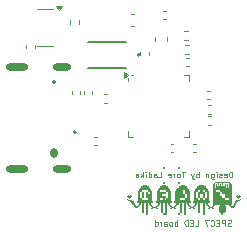
<source format=gbo>
%TF.GenerationSoftware,KiCad,Pcbnew,8.0.6*%
%TF.CreationDate,2025-10-07T13:26:47+02:00*%
%TF.ProjectId,PCB WLED Spec 7,50434220-574c-4454-9420-537065632037,rev?*%
%TF.SameCoordinates,Original*%
%TF.FileFunction,Legend,Bot*%
%TF.FilePolarity,Positive*%
%FSLAX46Y46*%
G04 Gerber Fmt 4.6, Leading zero omitted, Abs format (unit mm)*
G04 Created by KiCad (PCBNEW 8.0.6) date 2025-10-07 13:26:47*
%MOMM*%
%LPD*%
G01*
G04 APERTURE LIST*
%ADD10C,0.100000*%
%ADD11C,0.000000*%
%ADD12C,0.120000*%
%ADD13C,0.200000*%
%ADD14C,0.127000*%
%ADD15C,0.350000*%
%ADD16O,0.599999X0.849999*%
%ADD17O,1.600000X0.600000*%
%ADD18O,1.900000X0.600000*%
%ADD19C,0.200000*%
G04 APERTURE END LIST*
D10*
X200025163Y-84793609D02*
X200025163Y-84293609D01*
X200025163Y-84293609D02*
X199906115Y-84293609D01*
X199906115Y-84293609D02*
X199834687Y-84317419D01*
X199834687Y-84317419D02*
X199787068Y-84365038D01*
X199787068Y-84365038D02*
X199763258Y-84412657D01*
X199763258Y-84412657D02*
X199739449Y-84507895D01*
X199739449Y-84507895D02*
X199739449Y-84579323D01*
X199739449Y-84579323D02*
X199763258Y-84674561D01*
X199763258Y-84674561D02*
X199787068Y-84722180D01*
X199787068Y-84722180D02*
X199834687Y-84769800D01*
X199834687Y-84769800D02*
X199906115Y-84793609D01*
X199906115Y-84793609D02*
X200025163Y-84793609D01*
X199334687Y-84769800D02*
X199382306Y-84793609D01*
X199382306Y-84793609D02*
X199477544Y-84793609D01*
X199477544Y-84793609D02*
X199525163Y-84769800D01*
X199525163Y-84769800D02*
X199548972Y-84722180D01*
X199548972Y-84722180D02*
X199548972Y-84531704D01*
X199548972Y-84531704D02*
X199525163Y-84484085D01*
X199525163Y-84484085D02*
X199477544Y-84460276D01*
X199477544Y-84460276D02*
X199382306Y-84460276D01*
X199382306Y-84460276D02*
X199334687Y-84484085D01*
X199334687Y-84484085D02*
X199310877Y-84531704D01*
X199310877Y-84531704D02*
X199310877Y-84579323D01*
X199310877Y-84579323D02*
X199548972Y-84626942D01*
X199120401Y-84769800D02*
X199072782Y-84793609D01*
X199072782Y-84793609D02*
X198977544Y-84793609D01*
X198977544Y-84793609D02*
X198929925Y-84769800D01*
X198929925Y-84769800D02*
X198906116Y-84722180D01*
X198906116Y-84722180D02*
X198906116Y-84698371D01*
X198906116Y-84698371D02*
X198929925Y-84650752D01*
X198929925Y-84650752D02*
X198977544Y-84626942D01*
X198977544Y-84626942D02*
X199048973Y-84626942D01*
X199048973Y-84626942D02*
X199096592Y-84603133D01*
X199096592Y-84603133D02*
X199120401Y-84555514D01*
X199120401Y-84555514D02*
X199120401Y-84531704D01*
X199120401Y-84531704D02*
X199096592Y-84484085D01*
X199096592Y-84484085D02*
X199048973Y-84460276D01*
X199048973Y-84460276D02*
X198977544Y-84460276D01*
X198977544Y-84460276D02*
X198929925Y-84484085D01*
X198691830Y-84793609D02*
X198691830Y-84460276D01*
X198691830Y-84293609D02*
X198715639Y-84317419D01*
X198715639Y-84317419D02*
X198691830Y-84341228D01*
X198691830Y-84341228D02*
X198668020Y-84317419D01*
X198668020Y-84317419D02*
X198691830Y-84293609D01*
X198691830Y-84293609D02*
X198691830Y-84341228D01*
X198239449Y-84460276D02*
X198239449Y-84865038D01*
X198239449Y-84865038D02*
X198263259Y-84912657D01*
X198263259Y-84912657D02*
X198287068Y-84936466D01*
X198287068Y-84936466D02*
X198334687Y-84960276D01*
X198334687Y-84960276D02*
X198406116Y-84960276D01*
X198406116Y-84960276D02*
X198453735Y-84936466D01*
X198239449Y-84769800D02*
X198287068Y-84793609D01*
X198287068Y-84793609D02*
X198382306Y-84793609D01*
X198382306Y-84793609D02*
X198429925Y-84769800D01*
X198429925Y-84769800D02*
X198453735Y-84745990D01*
X198453735Y-84745990D02*
X198477544Y-84698371D01*
X198477544Y-84698371D02*
X198477544Y-84555514D01*
X198477544Y-84555514D02*
X198453735Y-84507895D01*
X198453735Y-84507895D02*
X198429925Y-84484085D01*
X198429925Y-84484085D02*
X198382306Y-84460276D01*
X198382306Y-84460276D02*
X198287068Y-84460276D01*
X198287068Y-84460276D02*
X198239449Y-84484085D01*
X198001354Y-84460276D02*
X198001354Y-84793609D01*
X198001354Y-84507895D02*
X197977544Y-84484085D01*
X197977544Y-84484085D02*
X197929925Y-84460276D01*
X197929925Y-84460276D02*
X197858497Y-84460276D01*
X197858497Y-84460276D02*
X197810878Y-84484085D01*
X197810878Y-84484085D02*
X197787068Y-84531704D01*
X197787068Y-84531704D02*
X197787068Y-84793609D01*
X197168021Y-84793609D02*
X197168021Y-84293609D01*
X197168021Y-84484085D02*
X197120402Y-84460276D01*
X197120402Y-84460276D02*
X197025164Y-84460276D01*
X197025164Y-84460276D02*
X196977545Y-84484085D01*
X196977545Y-84484085D02*
X196953735Y-84507895D01*
X196953735Y-84507895D02*
X196929926Y-84555514D01*
X196929926Y-84555514D02*
X196929926Y-84698371D01*
X196929926Y-84698371D02*
X196953735Y-84745990D01*
X196953735Y-84745990D02*
X196977545Y-84769800D01*
X196977545Y-84769800D02*
X197025164Y-84793609D01*
X197025164Y-84793609D02*
X197120402Y-84793609D01*
X197120402Y-84793609D02*
X197168021Y-84769800D01*
X196763259Y-84460276D02*
X196644211Y-84793609D01*
X196525164Y-84460276D02*
X196644211Y-84793609D01*
X196644211Y-84793609D02*
X196691830Y-84912657D01*
X196691830Y-84912657D02*
X196715640Y-84936466D01*
X196715640Y-84936466D02*
X196763259Y-84960276D01*
X196025164Y-84293609D02*
X195739450Y-84293609D01*
X195882307Y-84793609D02*
X195882307Y-84293609D01*
X195501355Y-84793609D02*
X195548974Y-84769800D01*
X195548974Y-84769800D02*
X195572784Y-84745990D01*
X195572784Y-84745990D02*
X195596593Y-84698371D01*
X195596593Y-84698371D02*
X195596593Y-84555514D01*
X195596593Y-84555514D02*
X195572784Y-84507895D01*
X195572784Y-84507895D02*
X195548974Y-84484085D01*
X195548974Y-84484085D02*
X195501355Y-84460276D01*
X195501355Y-84460276D02*
X195429927Y-84460276D01*
X195429927Y-84460276D02*
X195382308Y-84484085D01*
X195382308Y-84484085D02*
X195358498Y-84507895D01*
X195358498Y-84507895D02*
X195334689Y-84555514D01*
X195334689Y-84555514D02*
X195334689Y-84698371D01*
X195334689Y-84698371D02*
X195358498Y-84745990D01*
X195358498Y-84745990D02*
X195382308Y-84769800D01*
X195382308Y-84769800D02*
X195429927Y-84793609D01*
X195429927Y-84793609D02*
X195501355Y-84793609D01*
X195120403Y-84793609D02*
X195120403Y-84460276D01*
X195120403Y-84555514D02*
X195096593Y-84507895D01*
X195096593Y-84507895D02*
X195072784Y-84484085D01*
X195072784Y-84484085D02*
X195025165Y-84460276D01*
X195025165Y-84460276D02*
X194977546Y-84460276D01*
X194620403Y-84769800D02*
X194668022Y-84793609D01*
X194668022Y-84793609D02*
X194763260Y-84793609D01*
X194763260Y-84793609D02*
X194810879Y-84769800D01*
X194810879Y-84769800D02*
X194834688Y-84722180D01*
X194834688Y-84722180D02*
X194834688Y-84531704D01*
X194834688Y-84531704D02*
X194810879Y-84484085D01*
X194810879Y-84484085D02*
X194763260Y-84460276D01*
X194763260Y-84460276D02*
X194668022Y-84460276D01*
X194668022Y-84460276D02*
X194620403Y-84484085D01*
X194620403Y-84484085D02*
X194596593Y-84531704D01*
X194596593Y-84531704D02*
X194596593Y-84579323D01*
X194596593Y-84579323D02*
X194834688Y-84626942D01*
X193763261Y-84793609D02*
X194001356Y-84793609D01*
X194001356Y-84793609D02*
X194001356Y-84293609D01*
X193382308Y-84793609D02*
X193382308Y-84531704D01*
X193382308Y-84531704D02*
X193406118Y-84484085D01*
X193406118Y-84484085D02*
X193453737Y-84460276D01*
X193453737Y-84460276D02*
X193548975Y-84460276D01*
X193548975Y-84460276D02*
X193596594Y-84484085D01*
X193382308Y-84769800D02*
X193429927Y-84793609D01*
X193429927Y-84793609D02*
X193548975Y-84793609D01*
X193548975Y-84793609D02*
X193596594Y-84769800D01*
X193596594Y-84769800D02*
X193620403Y-84722180D01*
X193620403Y-84722180D02*
X193620403Y-84674561D01*
X193620403Y-84674561D02*
X193596594Y-84626942D01*
X193596594Y-84626942D02*
X193548975Y-84603133D01*
X193548975Y-84603133D02*
X193429927Y-84603133D01*
X193429927Y-84603133D02*
X193382308Y-84579323D01*
X192929927Y-84793609D02*
X192929927Y-84293609D01*
X192929927Y-84769800D02*
X192977546Y-84793609D01*
X192977546Y-84793609D02*
X193072784Y-84793609D01*
X193072784Y-84793609D02*
X193120403Y-84769800D01*
X193120403Y-84769800D02*
X193144213Y-84745990D01*
X193144213Y-84745990D02*
X193168022Y-84698371D01*
X193168022Y-84698371D02*
X193168022Y-84555514D01*
X193168022Y-84555514D02*
X193144213Y-84507895D01*
X193144213Y-84507895D02*
X193120403Y-84484085D01*
X193120403Y-84484085D02*
X193072784Y-84460276D01*
X193072784Y-84460276D02*
X192977546Y-84460276D01*
X192977546Y-84460276D02*
X192929927Y-84484085D01*
X192691832Y-84793609D02*
X192691832Y-84460276D01*
X192691832Y-84293609D02*
X192715641Y-84317419D01*
X192715641Y-84317419D02*
X192691832Y-84341228D01*
X192691832Y-84341228D02*
X192668022Y-84317419D01*
X192668022Y-84317419D02*
X192691832Y-84293609D01*
X192691832Y-84293609D02*
X192691832Y-84341228D01*
X192453737Y-84793609D02*
X192453737Y-84293609D01*
X192406118Y-84603133D02*
X192263261Y-84793609D01*
X192263261Y-84460276D02*
X192453737Y-84650752D01*
X191834689Y-84793609D02*
X191834689Y-84531704D01*
X191834689Y-84531704D02*
X191858499Y-84484085D01*
X191858499Y-84484085D02*
X191906118Y-84460276D01*
X191906118Y-84460276D02*
X192001356Y-84460276D01*
X192001356Y-84460276D02*
X192048975Y-84484085D01*
X191834689Y-84769800D02*
X191882308Y-84793609D01*
X191882308Y-84793609D02*
X192001356Y-84793609D01*
X192001356Y-84793609D02*
X192048975Y-84769800D01*
X192048975Y-84769800D02*
X192072784Y-84722180D01*
X192072784Y-84722180D02*
X192072784Y-84674561D01*
X192072784Y-84674561D02*
X192048975Y-84626942D01*
X192048975Y-84626942D02*
X192001356Y-84603133D01*
X192001356Y-84603133D02*
X191882308Y-84603133D01*
X191882308Y-84603133D02*
X191834689Y-84579323D01*
X199918972Y-88869800D02*
X199847544Y-88893609D01*
X199847544Y-88893609D02*
X199728496Y-88893609D01*
X199728496Y-88893609D02*
X199680877Y-88869800D01*
X199680877Y-88869800D02*
X199657068Y-88845990D01*
X199657068Y-88845990D02*
X199633258Y-88798371D01*
X199633258Y-88798371D02*
X199633258Y-88750752D01*
X199633258Y-88750752D02*
X199657068Y-88703133D01*
X199657068Y-88703133D02*
X199680877Y-88679323D01*
X199680877Y-88679323D02*
X199728496Y-88655514D01*
X199728496Y-88655514D02*
X199823734Y-88631704D01*
X199823734Y-88631704D02*
X199871353Y-88607895D01*
X199871353Y-88607895D02*
X199895163Y-88584085D01*
X199895163Y-88584085D02*
X199918972Y-88536466D01*
X199918972Y-88536466D02*
X199918972Y-88488847D01*
X199918972Y-88488847D02*
X199895163Y-88441228D01*
X199895163Y-88441228D02*
X199871353Y-88417419D01*
X199871353Y-88417419D02*
X199823734Y-88393609D01*
X199823734Y-88393609D02*
X199704687Y-88393609D01*
X199704687Y-88393609D02*
X199633258Y-88417419D01*
X199418973Y-88893609D02*
X199418973Y-88393609D01*
X199418973Y-88393609D02*
X199228497Y-88393609D01*
X199228497Y-88393609D02*
X199180878Y-88417419D01*
X199180878Y-88417419D02*
X199157068Y-88441228D01*
X199157068Y-88441228D02*
X199133259Y-88488847D01*
X199133259Y-88488847D02*
X199133259Y-88560276D01*
X199133259Y-88560276D02*
X199157068Y-88607895D01*
X199157068Y-88607895D02*
X199180878Y-88631704D01*
X199180878Y-88631704D02*
X199228497Y-88655514D01*
X199228497Y-88655514D02*
X199418973Y-88655514D01*
X198918973Y-88631704D02*
X198752306Y-88631704D01*
X198680878Y-88893609D02*
X198918973Y-88893609D01*
X198918973Y-88893609D02*
X198918973Y-88393609D01*
X198918973Y-88393609D02*
X198680878Y-88393609D01*
X198180878Y-88845990D02*
X198204687Y-88869800D01*
X198204687Y-88869800D02*
X198276116Y-88893609D01*
X198276116Y-88893609D02*
X198323735Y-88893609D01*
X198323735Y-88893609D02*
X198395163Y-88869800D01*
X198395163Y-88869800D02*
X198442782Y-88822180D01*
X198442782Y-88822180D02*
X198466592Y-88774561D01*
X198466592Y-88774561D02*
X198490401Y-88679323D01*
X198490401Y-88679323D02*
X198490401Y-88607895D01*
X198490401Y-88607895D02*
X198466592Y-88512657D01*
X198466592Y-88512657D02*
X198442782Y-88465038D01*
X198442782Y-88465038D02*
X198395163Y-88417419D01*
X198395163Y-88417419D02*
X198323735Y-88393609D01*
X198323735Y-88393609D02*
X198276116Y-88393609D01*
X198276116Y-88393609D02*
X198204687Y-88417419D01*
X198204687Y-88417419D02*
X198180878Y-88441228D01*
X198014211Y-88393609D02*
X197680878Y-88393609D01*
X197680878Y-88393609D02*
X197895163Y-88893609D01*
X196871355Y-88893609D02*
X197109450Y-88893609D01*
X197109450Y-88893609D02*
X197109450Y-88393609D01*
X196704688Y-88631704D02*
X196538021Y-88631704D01*
X196466593Y-88893609D02*
X196704688Y-88893609D01*
X196704688Y-88893609D02*
X196704688Y-88393609D01*
X196704688Y-88393609D02*
X196466593Y-88393609D01*
X196252307Y-88893609D02*
X196252307Y-88393609D01*
X196252307Y-88393609D02*
X196133259Y-88393609D01*
X196133259Y-88393609D02*
X196061831Y-88417419D01*
X196061831Y-88417419D02*
X196014212Y-88465038D01*
X196014212Y-88465038D02*
X195990402Y-88512657D01*
X195990402Y-88512657D02*
X195966593Y-88607895D01*
X195966593Y-88607895D02*
X195966593Y-88679323D01*
X195966593Y-88679323D02*
X195990402Y-88774561D01*
X195990402Y-88774561D02*
X196014212Y-88822180D01*
X196014212Y-88822180D02*
X196061831Y-88869800D01*
X196061831Y-88869800D02*
X196133259Y-88893609D01*
X196133259Y-88893609D02*
X196252307Y-88893609D01*
X195371355Y-88893609D02*
X195371355Y-88393609D01*
X195371355Y-88584085D02*
X195323736Y-88560276D01*
X195323736Y-88560276D02*
X195228498Y-88560276D01*
X195228498Y-88560276D02*
X195180879Y-88584085D01*
X195180879Y-88584085D02*
X195157069Y-88607895D01*
X195157069Y-88607895D02*
X195133260Y-88655514D01*
X195133260Y-88655514D02*
X195133260Y-88798371D01*
X195133260Y-88798371D02*
X195157069Y-88845990D01*
X195157069Y-88845990D02*
X195180879Y-88869800D01*
X195180879Y-88869800D02*
X195228498Y-88893609D01*
X195228498Y-88893609D02*
X195323736Y-88893609D01*
X195323736Y-88893609D02*
X195371355Y-88869800D01*
X194847545Y-88893609D02*
X194895164Y-88869800D01*
X194895164Y-88869800D02*
X194918974Y-88845990D01*
X194918974Y-88845990D02*
X194942783Y-88798371D01*
X194942783Y-88798371D02*
X194942783Y-88655514D01*
X194942783Y-88655514D02*
X194918974Y-88607895D01*
X194918974Y-88607895D02*
X194895164Y-88584085D01*
X194895164Y-88584085D02*
X194847545Y-88560276D01*
X194847545Y-88560276D02*
X194776117Y-88560276D01*
X194776117Y-88560276D02*
X194728498Y-88584085D01*
X194728498Y-88584085D02*
X194704688Y-88607895D01*
X194704688Y-88607895D02*
X194680879Y-88655514D01*
X194680879Y-88655514D02*
X194680879Y-88798371D01*
X194680879Y-88798371D02*
X194704688Y-88845990D01*
X194704688Y-88845990D02*
X194728498Y-88869800D01*
X194728498Y-88869800D02*
X194776117Y-88893609D01*
X194776117Y-88893609D02*
X194847545Y-88893609D01*
X194252307Y-88893609D02*
X194252307Y-88631704D01*
X194252307Y-88631704D02*
X194276117Y-88584085D01*
X194276117Y-88584085D02*
X194323736Y-88560276D01*
X194323736Y-88560276D02*
X194418974Y-88560276D01*
X194418974Y-88560276D02*
X194466593Y-88584085D01*
X194252307Y-88869800D02*
X194299926Y-88893609D01*
X194299926Y-88893609D02*
X194418974Y-88893609D01*
X194418974Y-88893609D02*
X194466593Y-88869800D01*
X194466593Y-88869800D02*
X194490402Y-88822180D01*
X194490402Y-88822180D02*
X194490402Y-88774561D01*
X194490402Y-88774561D02*
X194466593Y-88726942D01*
X194466593Y-88726942D02*
X194418974Y-88703133D01*
X194418974Y-88703133D02*
X194299926Y-88703133D01*
X194299926Y-88703133D02*
X194252307Y-88679323D01*
X194014212Y-88893609D02*
X194014212Y-88560276D01*
X194014212Y-88655514D02*
X193990402Y-88607895D01*
X193990402Y-88607895D02*
X193966593Y-88584085D01*
X193966593Y-88584085D02*
X193918974Y-88560276D01*
X193918974Y-88560276D02*
X193871355Y-88560276D01*
X193490402Y-88893609D02*
X193490402Y-88393609D01*
X193490402Y-88869800D02*
X193538021Y-88893609D01*
X193538021Y-88893609D02*
X193633259Y-88893609D01*
X193633259Y-88893609D02*
X193680878Y-88869800D01*
X193680878Y-88869800D02*
X193704688Y-88845990D01*
X193704688Y-88845990D02*
X193728497Y-88798371D01*
X193728497Y-88798371D02*
X193728497Y-88655514D01*
X193728497Y-88655514D02*
X193704688Y-88607895D01*
X193704688Y-88607895D02*
X193680878Y-88584085D01*
X193680878Y-88584085D02*
X193633259Y-88560276D01*
X193633259Y-88560276D02*
X193538021Y-88560276D01*
X193538021Y-88560276D02*
X193490402Y-88584085D01*
D11*
%TO.C,G\u002A\u002A\u002A*%
G36*
X198030857Y-86356028D02*
G01*
X198030857Y-86798763D01*
X198075131Y-86798763D01*
X198119404Y-86798763D01*
X198119404Y-86887310D01*
X198119404Y-86975857D01*
X198030857Y-86975857D01*
X197942310Y-86975857D01*
X197942310Y-87064404D01*
X197942310Y-87152952D01*
X197986584Y-87152952D01*
X198030857Y-87152952D01*
X198030857Y-87197225D01*
X198030857Y-87241499D01*
X198075131Y-87241499D01*
X198119404Y-87241499D01*
X198119404Y-87285772D01*
X198119404Y-87330046D01*
X198207951Y-87330046D01*
X198296498Y-87330046D01*
X198296498Y-87285772D01*
X198296498Y-87241499D01*
X198340772Y-87241499D01*
X198385046Y-87241499D01*
X198385046Y-86311754D01*
X198385046Y-85913292D01*
X198650687Y-85913292D01*
X198650687Y-86001839D01*
X198827781Y-86001839D01*
X199004875Y-86001839D01*
X199004875Y-86178933D01*
X199004875Y-86356028D01*
X199093422Y-86356028D01*
X199181970Y-86356028D01*
X199181970Y-86444575D01*
X199181970Y-86533122D01*
X199270517Y-86533122D01*
X199359064Y-86533122D01*
X199359064Y-86621669D01*
X199359064Y-86710216D01*
X199536158Y-86710216D01*
X199713252Y-86710216D01*
X199713252Y-86621669D01*
X199713252Y-86533122D01*
X199536158Y-86533122D01*
X199359064Y-86533122D01*
X199359064Y-86356028D01*
X199359064Y-86178933D01*
X199270517Y-86178933D01*
X199181970Y-86178933D01*
X199181970Y-86090386D01*
X199181970Y-86001839D01*
X199093422Y-86001839D01*
X199004875Y-86001839D01*
X199004875Y-85913292D01*
X199004875Y-85824745D01*
X198827781Y-85824745D01*
X198650687Y-85824745D01*
X198650687Y-85913292D01*
X198385046Y-85913292D01*
X198385046Y-85382009D01*
X198429319Y-85382009D01*
X198473593Y-85382009D01*
X198473593Y-85337736D01*
X198473593Y-85293462D01*
X198517866Y-85293462D01*
X198562140Y-85293462D01*
X198562140Y-85470556D01*
X198562140Y-85647651D01*
X198606413Y-85647651D01*
X198650687Y-85647651D01*
X198650687Y-85514830D01*
X198650687Y-85382009D01*
X198694960Y-85382009D01*
X198739234Y-85382009D01*
X198739234Y-85470556D01*
X198739234Y-85559103D01*
X198872055Y-85559103D01*
X199004875Y-85559103D01*
X199004875Y-85470556D01*
X199004875Y-85382009D01*
X199049149Y-85382009D01*
X199093422Y-85382009D01*
X199093422Y-85470556D01*
X199093422Y-85559103D01*
X199226243Y-85559103D01*
X199359064Y-85559103D01*
X199359064Y-85470556D01*
X199359064Y-85382009D01*
X199403337Y-85382009D01*
X199447611Y-85382009D01*
X199447611Y-85514830D01*
X199447611Y-85647651D01*
X199491884Y-85647651D01*
X199536158Y-85647651D01*
X199536158Y-85514830D01*
X199536158Y-85382009D01*
X199580432Y-85382009D01*
X199624705Y-85382009D01*
X199624705Y-85514830D01*
X199624705Y-85647651D01*
X199668979Y-85647651D01*
X199713252Y-85647651D01*
X199713252Y-85470556D01*
X199713252Y-85293462D01*
X199491884Y-85293462D01*
X199270517Y-85293462D01*
X199270517Y-85382009D01*
X199270517Y-85470556D01*
X199226243Y-85470556D01*
X199181970Y-85470556D01*
X199181970Y-85382009D01*
X199181970Y-85293462D01*
X199049149Y-85293462D01*
X198916328Y-85293462D01*
X198916328Y-85382009D01*
X198916328Y-85470556D01*
X198872055Y-85470556D01*
X198827781Y-85470556D01*
X198827781Y-85382009D01*
X198827781Y-85293462D01*
X198694960Y-85293462D01*
X198562140Y-85293462D01*
X198562140Y-85249189D01*
X198562140Y-85204915D01*
X199181970Y-85204915D01*
X199801799Y-85204915D01*
X199801799Y-85249189D01*
X199801799Y-85293462D01*
X199846073Y-85293462D01*
X199890346Y-85293462D01*
X199890346Y-85337736D01*
X199890346Y-85382009D01*
X199934620Y-85382009D01*
X199978894Y-85382009D01*
X199978894Y-86267480D01*
X199978894Y-86533122D01*
X199978894Y-87152952D01*
X199934620Y-87152952D01*
X199890346Y-87152952D01*
X199890346Y-87197225D01*
X199890346Y-87241499D01*
X199978894Y-87241499D01*
X200067441Y-87241499D01*
X200067441Y-87197225D01*
X200067441Y-87152952D01*
X200111714Y-87152952D01*
X200155988Y-87152952D01*
X200155988Y-87064404D01*
X200155988Y-86975857D01*
X200200261Y-86975857D01*
X200244535Y-86975857D01*
X200244535Y-86887310D01*
X200244535Y-86798763D01*
X200288808Y-86798763D01*
X200333082Y-86798763D01*
X200333082Y-86754490D01*
X200333082Y-86710216D01*
X200510176Y-86710216D01*
X200687270Y-86710216D01*
X200687270Y-86754490D01*
X200687270Y-86798763D01*
X200598723Y-86798763D01*
X200510176Y-86798763D01*
X200510176Y-86843037D01*
X200510176Y-86887310D01*
X200465903Y-86887310D01*
X200421629Y-86887310D01*
X200421629Y-86931584D01*
X200421629Y-86975857D01*
X200377356Y-86975857D01*
X200333082Y-86975857D01*
X200333082Y-87064404D01*
X200333082Y-87152952D01*
X200288808Y-87152952D01*
X200244535Y-87152952D01*
X200244535Y-87241499D01*
X200244535Y-87330046D01*
X200200261Y-87330046D01*
X200155988Y-87330046D01*
X200155988Y-87374319D01*
X200155988Y-87418593D01*
X200023167Y-87418593D01*
X199890346Y-87418593D01*
X199890346Y-87374319D01*
X199890346Y-87330046D01*
X199846073Y-87330046D01*
X199801799Y-87330046D01*
X199801799Y-87285772D01*
X199801799Y-87241499D01*
X199757526Y-87241499D01*
X199713252Y-87241499D01*
X199713252Y-87197225D01*
X199713252Y-87152952D01*
X199536158Y-87152952D01*
X199359064Y-87152952D01*
X199359064Y-87197225D01*
X199359064Y-87241499D01*
X199403337Y-87241499D01*
X199447611Y-87241499D01*
X199447611Y-87462866D01*
X199447611Y-87684234D01*
X199403337Y-87684234D01*
X199359064Y-87684234D01*
X199359064Y-87728508D01*
X199359064Y-87772781D01*
X199314790Y-87772781D01*
X199270517Y-87772781D01*
X199270517Y-87861328D01*
X199270517Y-87949876D01*
X199181970Y-87949876D01*
X199093422Y-87949876D01*
X199093422Y-87861328D01*
X199093422Y-87772781D01*
X199049149Y-87772781D01*
X199004875Y-87772781D01*
X199004875Y-87728508D01*
X199004875Y-87684234D01*
X198960602Y-87684234D01*
X198916328Y-87684234D01*
X198916328Y-87462866D01*
X198916328Y-87241499D01*
X198960602Y-87241499D01*
X199004875Y-87241499D01*
X199004875Y-87197225D01*
X199004875Y-87152952D01*
X198783508Y-87152952D01*
X198562140Y-87152952D01*
X198562140Y-87197225D01*
X198562140Y-87241499D01*
X198517866Y-87241499D01*
X198473593Y-87241499D01*
X198473593Y-87285772D01*
X198473593Y-87330046D01*
X198429319Y-87330046D01*
X198385046Y-87330046D01*
X198385046Y-87374319D01*
X198385046Y-87418593D01*
X198429319Y-87418593D01*
X198473593Y-87418593D01*
X198473593Y-87462866D01*
X198473593Y-87507140D01*
X198385046Y-87507140D01*
X198296498Y-87507140D01*
X198296498Y-87462866D01*
X198296498Y-87418593D01*
X198207951Y-87418593D01*
X198119404Y-87418593D01*
X198119404Y-87462866D01*
X198119404Y-87507140D01*
X198030857Y-87507140D01*
X197942310Y-87507140D01*
X197942310Y-87462866D01*
X197942310Y-87418593D01*
X197986584Y-87418593D01*
X198030857Y-87418593D01*
X198030857Y-87374319D01*
X198030857Y-87330046D01*
X197986584Y-87330046D01*
X197942310Y-87330046D01*
X197942310Y-87285772D01*
X197942310Y-87241499D01*
X197898036Y-87241499D01*
X197853763Y-87241499D01*
X197853763Y-87197225D01*
X197853763Y-87152952D01*
X197809489Y-87152952D01*
X197765216Y-87152952D01*
X197765216Y-87064404D01*
X197765216Y-86975857D01*
X197720942Y-86975857D01*
X197676669Y-86975857D01*
X197676669Y-87462866D01*
X197676669Y-87949876D01*
X197588122Y-87949876D01*
X197499574Y-87949876D01*
X197499574Y-87462866D01*
X197499574Y-86975857D01*
X197411027Y-86975857D01*
X197322480Y-86975857D01*
X197322480Y-87374319D01*
X197322480Y-87772781D01*
X197233933Y-87772781D01*
X197145386Y-87772781D01*
X197145386Y-87374319D01*
X197145386Y-86975857D01*
X197101112Y-86975857D01*
X197056839Y-86975857D01*
X197056839Y-87064404D01*
X197056839Y-87152952D01*
X197012565Y-87152952D01*
X196968292Y-87152952D01*
X196968292Y-87197225D01*
X196968292Y-87241499D01*
X196924018Y-87241499D01*
X196879745Y-87241499D01*
X196879745Y-87285772D01*
X196879745Y-87330046D01*
X196835471Y-87330046D01*
X196791197Y-87330046D01*
X196791197Y-87374319D01*
X196791197Y-87418593D01*
X196835471Y-87418593D01*
X196879745Y-87418593D01*
X196879745Y-87462866D01*
X196879745Y-87507140D01*
X196791197Y-87507140D01*
X196702650Y-87507140D01*
X196702650Y-87462866D01*
X196702650Y-87418593D01*
X196614103Y-87418593D01*
X196525556Y-87418593D01*
X196525556Y-87462866D01*
X196525556Y-87507140D01*
X196437009Y-87507140D01*
X196348462Y-87507140D01*
X196348462Y-87462866D01*
X196348462Y-87418593D01*
X196392735Y-87418593D01*
X196437009Y-87418593D01*
X196437009Y-87374319D01*
X196437009Y-87330046D01*
X196392735Y-87330046D01*
X196348462Y-87330046D01*
X196348462Y-87285772D01*
X196348462Y-87241499D01*
X196304188Y-87241499D01*
X196259915Y-87241499D01*
X196259915Y-87197225D01*
X196259915Y-87152952D01*
X196215641Y-87152952D01*
X196171368Y-87152952D01*
X196171368Y-87064404D01*
X196171368Y-86975857D01*
X196127094Y-86975857D01*
X196082821Y-86975857D01*
X196082821Y-87462866D01*
X196082821Y-87949876D01*
X195995576Y-87949876D01*
X195908331Y-87949876D01*
X195908331Y-87462866D01*
X195908331Y-86975857D01*
X195819784Y-86975857D01*
X195731236Y-86975857D01*
X195731236Y-87374319D01*
X195731236Y-87772781D01*
X195642689Y-87772781D01*
X195554142Y-87772781D01*
X195554142Y-87374319D01*
X195554142Y-86975857D01*
X195509869Y-86975857D01*
X195465595Y-86975857D01*
X195465595Y-87064404D01*
X195465595Y-87152952D01*
X195421322Y-87152952D01*
X195377048Y-87152952D01*
X195377048Y-87197225D01*
X195377048Y-87241499D01*
X195332774Y-87241499D01*
X195288501Y-87241499D01*
X195288501Y-87285772D01*
X195288501Y-87330046D01*
X195244227Y-87330046D01*
X195199954Y-87330046D01*
X195199954Y-87374319D01*
X195199954Y-87418593D01*
X195244227Y-87418593D01*
X195288501Y-87418593D01*
X195288501Y-87462866D01*
X195288501Y-87507140D01*
X195199954Y-87507140D01*
X195111407Y-87507140D01*
X195111407Y-87462866D01*
X195111407Y-87418593D01*
X195022860Y-87418593D01*
X194934312Y-87418593D01*
X194934312Y-87462866D01*
X194934312Y-87507140D01*
X194845765Y-87507140D01*
X194757218Y-87507140D01*
X194757218Y-87462866D01*
X194757218Y-87418593D01*
X194801492Y-87418593D01*
X194845765Y-87418593D01*
X194845765Y-87374319D01*
X194845765Y-87330046D01*
X194801492Y-87330046D01*
X194757218Y-87330046D01*
X194757218Y-87285772D01*
X194757218Y-87241499D01*
X194712945Y-87241499D01*
X194668671Y-87241499D01*
X194668671Y-87197225D01*
X194668671Y-87152952D01*
X194624398Y-87152952D01*
X194580124Y-87152952D01*
X194580124Y-87064404D01*
X194580124Y-86975857D01*
X194535850Y-86975857D01*
X194491577Y-86975857D01*
X194491577Y-87462866D01*
X194491577Y-87949876D01*
X194403030Y-87949876D01*
X194314483Y-87949876D01*
X194314483Y-87462866D01*
X194314483Y-86975857D01*
X194225936Y-86975857D01*
X194137388Y-86975857D01*
X194137388Y-87374319D01*
X194137388Y-87772781D01*
X194048841Y-87772781D01*
X193960294Y-87772781D01*
X193960294Y-87374319D01*
X193960294Y-86975857D01*
X193916021Y-86975857D01*
X193871747Y-86975857D01*
X193871747Y-87064404D01*
X193871747Y-87152952D01*
X193827474Y-87152952D01*
X193783200Y-87152952D01*
X193783200Y-87197225D01*
X193783200Y-87241499D01*
X193738926Y-87241499D01*
X193694653Y-87241499D01*
X193694653Y-87285772D01*
X193694653Y-87330046D01*
X193650379Y-87330046D01*
X193606106Y-87330046D01*
X193606106Y-87374319D01*
X193606106Y-87418593D01*
X193650379Y-87418593D01*
X193694653Y-87418593D01*
X193694653Y-87462866D01*
X193694653Y-87507140D01*
X193606106Y-87507140D01*
X193517559Y-87507140D01*
X193517559Y-87462866D01*
X193517559Y-87418593D01*
X193429011Y-87418593D01*
X193340464Y-87418593D01*
X193340464Y-87462866D01*
X193340464Y-87507140D01*
X193251917Y-87507140D01*
X193163370Y-87507140D01*
X193163370Y-87462866D01*
X193163370Y-87418593D01*
X193207644Y-87418593D01*
X193251917Y-87418593D01*
X193251917Y-87374319D01*
X193251917Y-87330046D01*
X193207644Y-87330046D01*
X193163370Y-87330046D01*
X193163370Y-87285772D01*
X193163370Y-87241499D01*
X193119097Y-87241499D01*
X193074823Y-87241499D01*
X193074823Y-87197225D01*
X193074823Y-87152952D01*
X193030549Y-87152952D01*
X192986276Y-87152952D01*
X192986276Y-87064404D01*
X192986276Y-86975857D01*
X192942002Y-86975857D01*
X192897729Y-86975857D01*
X192897729Y-87462866D01*
X192897729Y-87949876D01*
X192809182Y-87949876D01*
X192720635Y-87949876D01*
X192720635Y-87462866D01*
X192720635Y-86975857D01*
X192632087Y-86975857D01*
X192543540Y-86975857D01*
X192543540Y-87374319D01*
X192543540Y-87772781D01*
X192454993Y-87772781D01*
X192366446Y-87772781D01*
X192366446Y-87374319D01*
X192366446Y-86975857D01*
X192322173Y-86975857D01*
X192277899Y-86975857D01*
X192277899Y-87064404D01*
X192277899Y-87152952D01*
X192233625Y-87152952D01*
X192189352Y-87152952D01*
X192189352Y-87197225D01*
X192189352Y-87241499D01*
X192145078Y-87241499D01*
X192100805Y-87241499D01*
X192100805Y-87285772D01*
X192100805Y-87330046D01*
X192056531Y-87330046D01*
X192012258Y-87330046D01*
X192012258Y-87374319D01*
X192012258Y-87418593D01*
X191879437Y-87418593D01*
X191746616Y-87418593D01*
X191746616Y-87374319D01*
X191746616Y-87330046D01*
X191702343Y-87330046D01*
X191658069Y-87330046D01*
X191658069Y-87241499D01*
X191658069Y-87152952D01*
X191613796Y-87152952D01*
X191569522Y-87152952D01*
X191569522Y-87064404D01*
X191569522Y-86975857D01*
X191525249Y-86975857D01*
X191480975Y-86975857D01*
X191480975Y-86931584D01*
X191480975Y-86887310D01*
X191436701Y-86887310D01*
X191392428Y-86887310D01*
X191392428Y-86843037D01*
X191392428Y-86798763D01*
X191303881Y-86798763D01*
X191215334Y-86798763D01*
X191215334Y-86754490D01*
X191215334Y-86710216D01*
X191392428Y-86710216D01*
X191569522Y-86710216D01*
X191569522Y-86754490D01*
X191569522Y-86798763D01*
X191613796Y-86798763D01*
X191658069Y-86798763D01*
X191658069Y-86887310D01*
X191658069Y-86975857D01*
X191702343Y-86975857D01*
X191746616Y-86975857D01*
X191746616Y-87064404D01*
X191746616Y-87152952D01*
X191790890Y-87152952D01*
X191835163Y-87152952D01*
X191835163Y-87197225D01*
X191835163Y-87241499D01*
X191923711Y-87241499D01*
X192012258Y-87241499D01*
X192012258Y-87197225D01*
X192012258Y-87152952D01*
X192056531Y-87152952D01*
X192100805Y-87152952D01*
X192100805Y-87064404D01*
X192100805Y-86975857D01*
X192012258Y-86975857D01*
X191923711Y-86975857D01*
X191923711Y-86887310D01*
X191923711Y-86798763D01*
X191967984Y-86798763D01*
X192012258Y-86798763D01*
X192012258Y-86356028D01*
X192012258Y-86001839D01*
X192189352Y-86001839D01*
X192189352Y-86267480D01*
X192189352Y-86533122D01*
X192277899Y-86533122D01*
X192366446Y-86533122D01*
X192366446Y-86621669D01*
X192366446Y-86710216D01*
X192632087Y-86710216D01*
X192897729Y-86710216D01*
X192897729Y-86621669D01*
X192897729Y-86533122D01*
X192809182Y-86533122D01*
X192720635Y-86533122D01*
X192720635Y-86267480D01*
X192720635Y-86001839D01*
X192809182Y-86001839D01*
X192897729Y-86001839D01*
X192897729Y-86090386D01*
X192897729Y-86178933D01*
X192986276Y-86178933D01*
X193074823Y-86178933D01*
X193074823Y-86090386D01*
X193074823Y-86001839D01*
X192986276Y-86001839D01*
X192897729Y-86001839D01*
X192897729Y-85913292D01*
X192897729Y-85824745D01*
X192632087Y-85824745D01*
X192366446Y-85824745D01*
X192366446Y-85913292D01*
X192366446Y-86001839D01*
X192277899Y-86001839D01*
X192189352Y-86001839D01*
X192012258Y-86001839D01*
X192012258Y-85913292D01*
X192056531Y-85913292D01*
X192100805Y-85913292D01*
X192100805Y-85824745D01*
X192100805Y-85736198D01*
X192145078Y-85736198D01*
X192189352Y-85736198D01*
X192189352Y-85691924D01*
X192189352Y-85647651D01*
X192233625Y-85647651D01*
X192277899Y-85647651D01*
X192277899Y-85603377D01*
X192277899Y-85559103D01*
X192366446Y-85559103D01*
X192454993Y-85559103D01*
X192454993Y-85514830D01*
X192454993Y-85470556D01*
X192632087Y-85470556D01*
X192809182Y-85470556D01*
X192809182Y-85514830D01*
X192809182Y-85559103D01*
X192897729Y-85559103D01*
X192986276Y-85559103D01*
X192986276Y-85603377D01*
X192986276Y-85647651D01*
X193030549Y-85647651D01*
X193074823Y-85647651D01*
X193074823Y-85691924D01*
X193074823Y-85736198D01*
X193119097Y-85736198D01*
X193163370Y-85736198D01*
X193163370Y-85824745D01*
X193163370Y-85913292D01*
X193207644Y-85913292D01*
X193251917Y-85913292D01*
X193251917Y-86001839D01*
X193251917Y-86356028D01*
X193251917Y-86798763D01*
X193296191Y-86798763D01*
X193340464Y-86798763D01*
X193340464Y-86887310D01*
X193340464Y-86975857D01*
X193251917Y-86975857D01*
X193163370Y-86975857D01*
X193163370Y-87064404D01*
X193163370Y-87152952D01*
X193207644Y-87152952D01*
X193251917Y-87152952D01*
X193251917Y-87197225D01*
X193251917Y-87241499D01*
X193296191Y-87241499D01*
X193340464Y-87241499D01*
X193340464Y-87285772D01*
X193340464Y-87330046D01*
X193429011Y-87330046D01*
X193517559Y-87330046D01*
X193517559Y-87285772D01*
X193517559Y-87241499D01*
X193561832Y-87241499D01*
X193606106Y-87241499D01*
X193606106Y-87197225D01*
X193606106Y-87152952D01*
X193650379Y-87152952D01*
X193694653Y-87152952D01*
X193694653Y-87064404D01*
X193694653Y-86975857D01*
X193606106Y-86975857D01*
X193517559Y-86975857D01*
X193517559Y-86887310D01*
X193517559Y-86798763D01*
X193561832Y-86798763D01*
X193606106Y-86798763D01*
X193606106Y-86533122D01*
X193871747Y-86533122D01*
X193871747Y-86621669D01*
X193871747Y-86710216D01*
X194137388Y-86710216D01*
X194403030Y-86710216D01*
X194403030Y-86621669D01*
X194403030Y-86533122D01*
X194137388Y-86533122D01*
X193871747Y-86533122D01*
X193606106Y-86533122D01*
X193606106Y-86356028D01*
X193606106Y-85913292D01*
X193650379Y-85913292D01*
X193694653Y-85913292D01*
X193694653Y-85824745D01*
X193871747Y-85824745D01*
X193871747Y-85913292D01*
X193871747Y-86001839D01*
X194137388Y-86001839D01*
X194403030Y-86001839D01*
X194403030Y-86090386D01*
X194403030Y-86178933D01*
X194225936Y-86178933D01*
X194048841Y-86178933D01*
X194048841Y-86267480D01*
X194048841Y-86356028D01*
X194225936Y-86356028D01*
X194403030Y-86356028D01*
X194403030Y-86444575D01*
X194403030Y-86533122D01*
X194491577Y-86533122D01*
X194580124Y-86533122D01*
X194580124Y-86267480D01*
X194580124Y-86001839D01*
X194491577Y-86001839D01*
X194403030Y-86001839D01*
X194403030Y-85913292D01*
X194403030Y-85824745D01*
X194137388Y-85824745D01*
X193871747Y-85824745D01*
X193694653Y-85824745D01*
X193694653Y-85736198D01*
X193738926Y-85736198D01*
X193783200Y-85736198D01*
X193783200Y-85691924D01*
X193783200Y-85647651D01*
X193827474Y-85647651D01*
X193871747Y-85647651D01*
X193871747Y-85603377D01*
X193871747Y-85559103D01*
X193960294Y-85559103D01*
X194048841Y-85559103D01*
X194048841Y-85514830D01*
X194048841Y-85470556D01*
X194225936Y-85470556D01*
X194403030Y-85470556D01*
X194403030Y-85514830D01*
X194403030Y-85559103D01*
X194491577Y-85559103D01*
X194580124Y-85559103D01*
X194580124Y-85603377D01*
X194580124Y-85647651D01*
X194624398Y-85647651D01*
X194668671Y-85647651D01*
X194668671Y-85691924D01*
X194668671Y-85736198D01*
X194712945Y-85736198D01*
X194757218Y-85736198D01*
X194757218Y-85824745D01*
X194757218Y-85913292D01*
X194801492Y-85913292D01*
X194845765Y-85913292D01*
X194845765Y-86001839D01*
X194845765Y-86356028D01*
X194845765Y-86621669D01*
X194845765Y-86798763D01*
X194890039Y-86798763D01*
X194934312Y-86798763D01*
X194934312Y-86887310D01*
X194934312Y-86975857D01*
X194845765Y-86975857D01*
X194757218Y-86975857D01*
X194757218Y-87064404D01*
X194757218Y-87152952D01*
X194801492Y-87152952D01*
X194845765Y-87152952D01*
X194845765Y-87197225D01*
X194845765Y-87241499D01*
X194890039Y-87241499D01*
X194934312Y-87241499D01*
X194934312Y-87285772D01*
X194934312Y-87330046D01*
X195022860Y-87330046D01*
X195111407Y-87330046D01*
X195111407Y-87285772D01*
X195111407Y-87241499D01*
X195155680Y-87241499D01*
X195199954Y-87241499D01*
X195199954Y-87197225D01*
X195199954Y-87152952D01*
X195244227Y-87152952D01*
X195288501Y-87152952D01*
X195288501Y-87064404D01*
X195288501Y-86975857D01*
X195199954Y-86975857D01*
X195111407Y-86975857D01*
X195111407Y-86887310D01*
X195111407Y-86798763D01*
X195155680Y-86798763D01*
X195199954Y-86798763D01*
X195199954Y-86533122D01*
X195465595Y-86533122D01*
X195465595Y-86621669D01*
X195465595Y-86710216D01*
X195729934Y-86710216D01*
X195994273Y-86710216D01*
X195994273Y-86621669D01*
X195994273Y-86533122D01*
X195729934Y-86533122D01*
X195465595Y-86533122D01*
X195199954Y-86533122D01*
X195199954Y-86356028D01*
X195199954Y-85913292D01*
X195244227Y-85913292D01*
X195288501Y-85913292D01*
X195288501Y-85824745D01*
X195819784Y-85824745D01*
X195819784Y-86001839D01*
X195819784Y-86178933D01*
X195907029Y-86178933D01*
X195994273Y-86178933D01*
X195994273Y-86356028D01*
X195994273Y-86533122D01*
X196082821Y-86533122D01*
X196171368Y-86533122D01*
X196171368Y-86356028D01*
X196171368Y-86178933D01*
X196082821Y-86178933D01*
X195994273Y-86178933D01*
X195994273Y-86001839D01*
X195994273Y-85824745D01*
X195907029Y-85824745D01*
X195819784Y-85824745D01*
X195288501Y-85824745D01*
X195288501Y-85736198D01*
X195332774Y-85736198D01*
X195377048Y-85736198D01*
X195377048Y-85691924D01*
X195377048Y-85647651D01*
X195421322Y-85647651D01*
X195465595Y-85647651D01*
X195465595Y-85603377D01*
X195465595Y-85559103D01*
X195554142Y-85559103D01*
X195642689Y-85559103D01*
X195642689Y-85514830D01*
X195642689Y-85470556D01*
X195818481Y-85470556D01*
X195994273Y-85470556D01*
X195994273Y-85514830D01*
X195994273Y-85559103D01*
X196082821Y-85559103D01*
X196171368Y-85559103D01*
X196171368Y-85603377D01*
X196171368Y-85647651D01*
X196215641Y-85647651D01*
X196259915Y-85647651D01*
X196259915Y-85691924D01*
X196259915Y-85736198D01*
X196304188Y-85736198D01*
X196348462Y-85736198D01*
X196348462Y-85824745D01*
X196348462Y-85913292D01*
X196392735Y-85913292D01*
X196437009Y-85913292D01*
X196437009Y-86178933D01*
X196437009Y-86356028D01*
X196437009Y-86621669D01*
X196437009Y-86798763D01*
X196481283Y-86798763D01*
X196525556Y-86798763D01*
X196525556Y-86887310D01*
X196525556Y-86975857D01*
X196437009Y-86975857D01*
X196348462Y-86975857D01*
X196348462Y-87064404D01*
X196348462Y-87152952D01*
X196392735Y-87152952D01*
X196437009Y-87152952D01*
X196437009Y-87197225D01*
X196437009Y-87241499D01*
X196481283Y-87241499D01*
X196525556Y-87241499D01*
X196525556Y-87285772D01*
X196525556Y-87330046D01*
X196614103Y-87330046D01*
X196702650Y-87330046D01*
X196702650Y-87285772D01*
X196702650Y-87241499D01*
X196746924Y-87241499D01*
X196791197Y-87241499D01*
X196791197Y-87197225D01*
X196791197Y-87152952D01*
X196835471Y-87152952D01*
X196879745Y-87152952D01*
X196879745Y-87064404D01*
X196879745Y-86975857D01*
X196791197Y-86975857D01*
X196702650Y-86975857D01*
X196702650Y-86887310D01*
X196702650Y-86798763D01*
X196746924Y-86798763D01*
X196791197Y-86798763D01*
X196791197Y-86356028D01*
X196791197Y-86001839D01*
X196968292Y-86001839D01*
X196968292Y-86267480D01*
X196968292Y-86533122D01*
X197056839Y-86533122D01*
X197145386Y-86533122D01*
X197145386Y-86621669D01*
X197145386Y-86710216D01*
X197233933Y-86710216D01*
X197322480Y-86710216D01*
X197322480Y-86621669D01*
X197322480Y-86533122D01*
X197411027Y-86533122D01*
X197499574Y-86533122D01*
X197499574Y-86621669D01*
X197499574Y-86710216D01*
X197588122Y-86710216D01*
X197676669Y-86710216D01*
X197676669Y-86621669D01*
X197676669Y-86533122D01*
X197765216Y-86533122D01*
X197853763Y-86533122D01*
X197853763Y-86267480D01*
X197853763Y-86001839D01*
X197765216Y-86001839D01*
X197676669Y-86001839D01*
X197676669Y-85913292D01*
X197676669Y-85824745D01*
X197588122Y-85824745D01*
X197499574Y-85824745D01*
X197499574Y-85913292D01*
X197499574Y-86001839D01*
X197588122Y-86001839D01*
X197676669Y-86001839D01*
X197676669Y-86267480D01*
X197676669Y-86533122D01*
X197588122Y-86533122D01*
X197499574Y-86533122D01*
X197499574Y-86356028D01*
X197499574Y-86178933D01*
X197411027Y-86178933D01*
X197322480Y-86178933D01*
X197322480Y-86356028D01*
X197322480Y-86533122D01*
X197233933Y-86533122D01*
X197145386Y-86533122D01*
X197145386Y-86267480D01*
X197145386Y-86001839D01*
X197056839Y-86001839D01*
X196968292Y-86001839D01*
X196791197Y-86001839D01*
X196791197Y-85913292D01*
X196835471Y-85913292D01*
X196879745Y-85913292D01*
X196879745Y-85824745D01*
X197145386Y-85824745D01*
X197145386Y-85913292D01*
X197145386Y-86001839D01*
X197233933Y-86001839D01*
X197322480Y-86001839D01*
X197322480Y-85913292D01*
X197322480Y-85824745D01*
X197233933Y-85824745D01*
X197145386Y-85824745D01*
X196879745Y-85824745D01*
X196879745Y-85736198D01*
X196924018Y-85736198D01*
X196968292Y-85736198D01*
X196968292Y-85691924D01*
X196968292Y-85647651D01*
X197012565Y-85647651D01*
X197056839Y-85647651D01*
X197056839Y-85603377D01*
X197056839Y-85559103D01*
X197145386Y-85559103D01*
X197233933Y-85559103D01*
X197233933Y-85514830D01*
X197233933Y-85470556D01*
X197411027Y-85470556D01*
X197588122Y-85470556D01*
X197588122Y-85514830D01*
X197588122Y-85559103D01*
X197676669Y-85559103D01*
X197765216Y-85559103D01*
X197765216Y-85603377D01*
X197765216Y-85647651D01*
X197809489Y-85647651D01*
X197853763Y-85647651D01*
X197853763Y-85691924D01*
X197853763Y-85736198D01*
X197898036Y-85736198D01*
X197942310Y-85736198D01*
X197942310Y-85824745D01*
X197942310Y-85913292D01*
X197986584Y-85913292D01*
X198030857Y-85913292D01*
X198030857Y-86001839D01*
X198030857Y-86356028D01*
G37*
G36*
X191215334Y-86665942D02*
G01*
X191215334Y-86710216D01*
X191171060Y-86710216D01*
X191126787Y-86710216D01*
X191126787Y-86665942D01*
X191126787Y-86621669D01*
X191171060Y-86621669D01*
X191215334Y-86621669D01*
X191215334Y-86665942D01*
G37*
G36*
X200775818Y-86665942D02*
G01*
X200775818Y-86710216D01*
X200731544Y-86710216D01*
X200687270Y-86710216D01*
X200687270Y-86665942D01*
X200687270Y-86621669D01*
X200731544Y-86621669D01*
X200775818Y-86621669D01*
X200775818Y-86665942D01*
G37*
G36*
X200510176Y-86311754D02*
G01*
X200510176Y-86356028D01*
X200554450Y-86356028D01*
X200598723Y-86356028D01*
X200598723Y-86311754D01*
X200598723Y-86267480D01*
X200642997Y-86267480D01*
X200687270Y-86267480D01*
X200687270Y-86311754D01*
X200687270Y-86356028D01*
X200731544Y-86356028D01*
X200775818Y-86356028D01*
X200775818Y-86400301D01*
X200775818Y-86444575D01*
X200731544Y-86444575D01*
X200687270Y-86444575D01*
X200687270Y-86488848D01*
X200687270Y-86533122D01*
X200642997Y-86533122D01*
X200598723Y-86533122D01*
X200598723Y-86577395D01*
X200598723Y-86621669D01*
X200554450Y-86621669D01*
X200510176Y-86621669D01*
X200510176Y-86577395D01*
X200510176Y-86533122D01*
X200465903Y-86533122D01*
X200421629Y-86533122D01*
X200421629Y-86488848D01*
X200421629Y-86444575D01*
X200377356Y-86444575D01*
X200333082Y-86444575D01*
X200333082Y-86400301D01*
X200333082Y-86356028D01*
X200377356Y-86356028D01*
X200421629Y-86356028D01*
X200421629Y-86311754D01*
X200421629Y-86267480D01*
X200465903Y-86267480D01*
X200510176Y-86267480D01*
X200510176Y-86311754D01*
G37*
G36*
X191303881Y-86311754D02*
G01*
X191303881Y-86356028D01*
X191348154Y-86356028D01*
X191392428Y-86356028D01*
X191392428Y-86311754D01*
X191392428Y-86267480D01*
X191436701Y-86267480D01*
X191480975Y-86267480D01*
X191480975Y-86311754D01*
X191480975Y-86356028D01*
X191525249Y-86356028D01*
X191569522Y-86356028D01*
X191569522Y-86400301D01*
X191569522Y-86444575D01*
X191525249Y-86444575D01*
X191480975Y-86444575D01*
X191480975Y-86488848D01*
X191480975Y-86533122D01*
X191436701Y-86533122D01*
X191392428Y-86533122D01*
X191392428Y-86577395D01*
X191392428Y-86621669D01*
X191348154Y-86621669D01*
X191303881Y-86621669D01*
X191303881Y-86577395D01*
X191303881Y-86533122D01*
X191259607Y-86533122D01*
X191215334Y-86533122D01*
X191215334Y-86488848D01*
X191215334Y-86444575D01*
X191171060Y-86444575D01*
X191126787Y-86444575D01*
X191126787Y-86400301D01*
X191126787Y-86356028D01*
X191171060Y-86356028D01*
X191215334Y-86356028D01*
X191215334Y-86311754D01*
X191215334Y-86267480D01*
X191259607Y-86267480D01*
X191303881Y-86267480D01*
X191303881Y-86311754D01*
G37*
G36*
X192543540Y-86267480D02*
G01*
X192543540Y-86533122D01*
X192454993Y-86533122D01*
X192366446Y-86533122D01*
X192366446Y-86267480D01*
X192366446Y-86001839D01*
X192454993Y-86001839D01*
X192543540Y-86001839D01*
X192543540Y-86267480D01*
G37*
D12*
%TO.C,C20*%
X187440000Y-77707836D02*
X187440000Y-77492164D01*
X188160000Y-77707836D02*
X188160000Y-77492164D01*
%TO.C,L1*%
X193460000Y-72889721D02*
X193460000Y-73215279D01*
X194480000Y-72889721D02*
X194480000Y-73215279D01*
%TO.C,C4*%
X192240000Y-74212164D02*
X192240000Y-74427836D01*
X192960000Y-74212164D02*
X192960000Y-74427836D01*
%TO.C,C17*%
X194812164Y-81940000D02*
X195027836Y-81940000D01*
X194812164Y-82660000D02*
X195027836Y-82660000D01*
%TO.C,R6*%
X198253641Y-78620000D02*
X197946359Y-78620000D01*
X198253641Y-79380000D02*
X197946359Y-79380000D01*
%TO.C,R5*%
X196263641Y-72420000D02*
X195956359Y-72420000D01*
X196263641Y-73180000D02*
X195956359Y-73180000D01*
%TO.C,C19*%
X186440000Y-77707836D02*
X186440000Y-77492164D01*
X187160000Y-77707836D02*
X187160000Y-77492164D01*
%TO.C,U1*%
X191165000Y-76415000D02*
X191165000Y-76590000D01*
X191165000Y-81335000D02*
X191165000Y-80860000D01*
X191405000Y-76115000D02*
X191640000Y-76115000D01*
X191640000Y-81335000D02*
X191165000Y-81335000D01*
X195910000Y-76115000D02*
X196385000Y-76115000D01*
X195910000Y-81335000D02*
X196385000Y-81335000D01*
X196385000Y-76115000D02*
X196385000Y-76590000D01*
X196385000Y-81335000D02*
X196385000Y-80860000D01*
X191165000Y-76115000D02*
X190835000Y-76355000D01*
X190835000Y-75875000D01*
X191165000Y-76115000D01*
G36*
X191165000Y-76115000D02*
G01*
X190835000Y-76355000D01*
X190835000Y-75875000D01*
X191165000Y-76115000D01*
G37*
%TO.C,C21*%
X188540336Y-82072500D02*
X188324664Y-82072500D01*
X188540336Y-81352500D02*
X188324664Y-81352500D01*
%TO.C,C6*%
X191429420Y-70930000D02*
X191710580Y-70930000D01*
X191429420Y-71950000D02*
X191710580Y-71950000D01*
D13*
%TO.C,Y1*%
X186777500Y-80972500D02*
G75*
G02*
X186577500Y-80972500I-100000J0D01*
G01*
X186577500Y-80972500D02*
G75*
G02*
X186777500Y-80972500I100000J0D01*
G01*
D12*
%TO.C,C22*%
X189192164Y-77740000D02*
X189407836Y-77740000D01*
X189192164Y-78460000D02*
X189407836Y-78460000D01*
%TO.C,C7*%
X198107836Y-77440000D02*
X197892164Y-77440000D01*
X198107836Y-78160000D02*
X197892164Y-78160000D01*
D14*
%TO.C,AE1*%
X187800000Y-73310000D02*
X191000000Y-73310000D01*
X187800000Y-75490000D02*
X191000000Y-75490000D01*
D13*
X192200000Y-74400000D02*
G75*
G02*
X192000000Y-74400000I-100000J0D01*
G01*
X192000000Y-74400000D02*
G75*
G02*
X192200000Y-74400000I100000J0D01*
G01*
D12*
%TO.C,C5*%
X194377836Y-70680000D02*
X194162164Y-70680000D01*
X194377836Y-71400000D02*
X194162164Y-71400000D01*
%TO.C,R7*%
X197946359Y-79620000D02*
X198253641Y-79620000D01*
X197946359Y-80380000D02*
X198253641Y-80380000D01*
%TO.C,R13*%
X182520000Y-73546359D02*
X182520000Y-73853641D01*
X183280000Y-73546359D02*
X183280000Y-73853641D01*
%TO.C,C3*%
X196317836Y-74650000D02*
X196102164Y-74650000D01*
X196317836Y-75370000D02*
X196102164Y-75370000D01*
%TO.C,R8*%
X196046359Y-73620000D02*
X196353641Y-73620000D01*
X196046359Y-74380000D02*
X196353641Y-74380000D01*
%TO.C,C18*%
X196927836Y-81940000D02*
X196712164Y-81940000D01*
X196927836Y-82660000D02*
X196712164Y-82660000D01*
%TO.C,R12*%
X186260000Y-71476359D02*
X186260000Y-71783641D01*
X187020000Y-71476359D02*
X187020000Y-71783641D01*
%TO.C,Q1*%
X183512500Y-70560000D02*
X184162500Y-70560000D01*
X183512500Y-73680000D02*
X184162500Y-73680000D01*
X184812500Y-70560000D02*
X184162500Y-70560000D01*
X184812500Y-73680000D02*
X184162500Y-73680000D01*
X185325000Y-70610000D02*
X185085000Y-70280000D01*
X185565000Y-70280000D01*
X185325000Y-70610000D01*
G36*
X185325000Y-70610000D02*
G01*
X185085000Y-70280000D01*
X185565000Y-70280000D01*
X185325000Y-70610000D01*
G37*
%TD*%
D15*
X184900000Y-76750000D03*
D16*
X184900000Y-82750000D03*
D17*
X185625000Y-75430000D03*
D18*
X181800000Y-75430000D03*
D17*
X185625000Y-84070000D03*
D18*
X181800000Y-84070000D03*
D19*
X194200000Y-84000000D03*
X195500000Y-84000000D03*
X194200000Y-85300000D03*
X195500000Y-85300000D03*
X194200000Y-86600000D03*
X195500000Y-86600000D03*
X194200000Y-87900000D03*
X195500000Y-87900000D03*
M02*

</source>
